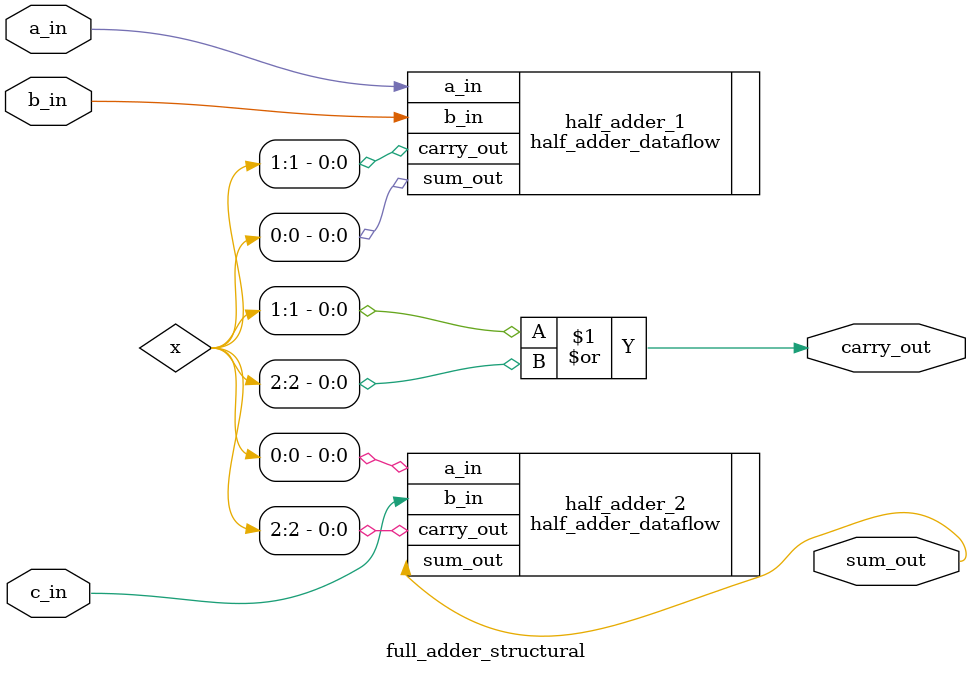
<source format=v>
/**************************************************************************
Description: full adder using structural modelling
full adder using 2 half adders and an or gate
***************************************************************************/

module full_adder_structural(
	input 		a_in,
    input		b_in,
	input		c_in,
	output		sum_out,
	output	    carry_out
);

	wire	[2:0] x;

	half_adder_dataflow half_adder_1(
		.a_in		(a_in	),
		.b_in		(b_in	),
		.sum_out	(x[0]	),
		.carry_out	(x[1]	)
	);
	
	half_adder_dataflow half_adder_2(
		.a_in		(x[0]	),
		.b_in		(c_in	),
		.sum_out	(sum_out),
		.carry_out	(x[2]	)
	);
	
	or or_1(carry_out, x[1], x[2]);

endmodule


</source>
